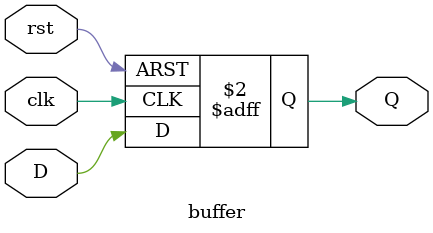
<source format=sv>

module buffer # (
    parameter WIDTH = 1
) (
    input logic clk,
    input logic rst,
    input logic [WIDTH-1:0] D,
    output logic [WIDTH-1:0] Q,
);
    always @(posedge clk, posedge rst) begin
        if (rst) begin
            Q <= 0; 
        end else begin
            Q <= D;
        end
    end
endmodule

</source>
